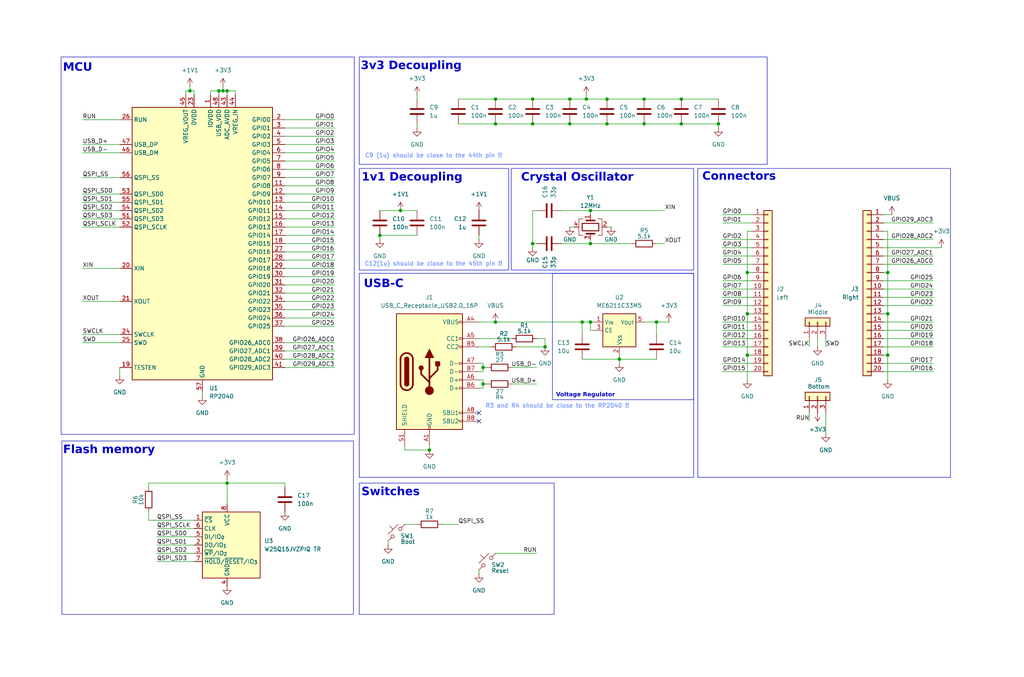
<source format=kicad_sch>
(kicad_sch (version 20250114) (generator "eeschema") (generator_version "9.0")
  (paper "User" 314.96 208.28)
  (title_block (title "NoodleBoard") (rev "v1") (company "sanooj.uk") (comment 1 "NoodleBoard v1"))
  (lib_symbols
    (symbol "Connector:USB_C_Receptacle_USB2.0_16P" (pin_names (offset 1.016))
      (property "Reference" "J" (at 0 22.225 0))
      (property "Value" "USB_C_Receptacle_USB2.0_16P" (at 0 19.685 0))
      (symbol "USB_C_Receptacle_USB2.0_16P_1_1"
        (pin passive line (at -7.62 -22.86 90) (length 5.08) (name "SHIELD") (number "S1"))
        (pin passive line (at 0 -22.86 90) (length 5.08) (name "GND") (number "A1"))
        (pin passive line (at 0 -22.86 90) (length 5.08) (hide yes) (name "GND") (number "A12"))
        (pin passive line (at 0 -22.86 90) (length 5.08) (hide yes) (name "GND") (number "B1"))
        (pin passive line (at 0 -22.86 90) (length 5.08) (hide yes) (name "GND") (number "B12"))
        (pin passive line (at 15.24 15.24 180) (length 5.08) (name "VBUS") (number "A4"))
        (pin passive line (at 15.24 15.24 180) (length 5.08) (hide yes) (name "VBUS") (number "A9"))
        (pin passive line (at 15.24 15.24 180) (length 5.08) (hide yes) (name "VBUS") (number "B4"))
        (pin passive line (at 15.24 15.24 180) (length 5.08) (hide yes) (name "VBUS") (number "B9"))
        (pin bidirectional line (at 15.24 10.16 180) (length 5.08) (name "CC1") (number "A5"))
        (pin bidirectional line (at 15.24 7.62 180) (length 5.08) (name "CC2") (number "B5"))
        (pin bidirectional line (at 15.24 2.54 180) (length 5.08) (name "D-") (number "A7"))
        (pin bidirectional line (at 15.24 0 180) (length 5.08) (name "D-") (number "B7"))
        (pin bidirectional line (at 15.24 -2.54 180) (length 5.08) (name "D+") (number "A6"))
        (pin bidirectional line (at 15.24 -5.08 180) (length 5.08) (name "D+") (number "B6"))
        (pin bidirectional line (at 15.24 -12.7 180) (length 5.08) (name "SBU1") (number "A8"))
        (pin bidirectional line (at 15.24 -15.24 180) (length 5.08) (name "SBU2") (number "B8"))
      )
    )
    (symbol "Connector_Generic:Conn_01x03" (pin_names (offset 1.016) (hide yes))
      (property "Reference" "J" (at 0 5.08 0))
      (property "Value" "Conn_01x03" (at 0 -5.08 0))
      (symbol "Conn_01x03_1_1"
        (pin passive line (at -5.08 2.54 0) (length 3.81) (name "Pin_1") (number "1"))
        (pin passive line (at -5.08 0 0) (length 3.81) (name "Pin_2") (number "2"))
        (pin passive line (at -5.08 -2.54 0) (length 3.81) (name "Pin_3") (number "3"))
      )
    )
    (symbol "Connector_Generic:Conn_01x20" (pin_names (offset 1.016) (hide yes))
      (property "Reference" "J" (at 0 25.4 0))
      (property "Value" "Conn_01x20" (at 0 -27.94 0))
      (symbol "Conn_01x20_1_1"
        (pin passive line (at -5.08 22.86 0) (length 3.81) (name "Pin_1") (number "1"))
        (pin passive line (at -5.08 20.32 0) (length 3.81) (name "Pin_2") (number "2"))
        (pin passive line (at -5.08 17.78 0) (length 3.81) (name "Pin_3") (number "3"))
        (pin passive line (at -5.08 15.24 0) (length 3.81) (name "Pin_4") (number "4"))
        (pin passive line (at -5.08 12.7 0) (length 3.81) (name "Pin_5") (number "5"))
        (pin passive line (at -5.08 10.16 0) (length 3.81) (name "Pin_6") (number "6"))
        (pin passive line (at -5.08 7.62 0) (length 3.81) (name "Pin_7") (number "7"))
        (pin passive line (at -5.08 5.08 0) (length 3.81) (name "Pin_8") (number "8"))
        (pin passive line (at -5.08 2.54 0) (length 3.81) (name "Pin_9") (number "9"))
        (pin passive line (at -5.08 0 0) (length 3.81) (name "Pin_10") (number "10"))
        (pin passive line (at -5.08 -2.54 0) (length 3.81) (name "Pin_11") (number "11"))
        (pin passive line (at -5.08 -5.08 0) (length 3.81) (name "Pin_12") (number "12"))
        (pin passive line (at -5.08 -7.62 0) (length 3.81) (name "Pin_13") (number "13"))
        (pin passive line (at -5.08 -10.16 0) (length 3.81) (name "Pin_14") (number "14"))
        (pin passive line (at -5.08 -12.7 0) (length 3.81) (name "Pin_15") (number "15"))
        (pin passive line (at -5.08 -15.24 0) (length 3.81) (name "Pin_16") (number "16"))
        (pin passive line (at -5.08 -17.78 0) (length 3.81) (name "Pin_17") (number "17"))
        (pin passive line (at -5.08 -20.32 0) (length 3.81) (name "Pin_18") (number "18"))
        (pin passive line (at -5.08 -22.86 0) (length 3.81) (name "Pin_19") (number "19"))
        (pin passive line (at -5.08 -25.4 0) (length 3.81) (name "Pin_20") (number "20"))
      )
    )
    (symbol "Device:C" (pin_numbers (hide yes)) (pin_names (offset 0.254))
      (property "Reference" "C" (at 0.635 2.54 0))
      (property "Value" "C" (at 0.635 -2.54 0))
      (symbol "C_1_1"
        (pin passive line (at 0 3.81 270) (length 2.794) (name "~") (number "1"))
        (pin passive line (at 0 -3.81 90) (length 2.794) (name "~") (number "2"))
      )
    )
    (symbol "Device:Crystal_GND24" (pin_names (offset 1.016) (hide yes))
      (property "Reference" "Y" (at 3.175 5.08 0))
      (property "Value" "Crystal_GND24" (at 3.175 3.175 0))
      (symbol "Crystal_GND24_1_1"
        (pin passive line (at -3.81 0 0) (length 1.27) (name "1") (number "1"))
        (pin passive line (at 0 5.08 270) (length 1.27) (name "2") (number "2"))
        (pin passive line (at 0 -5.08 90) (length 1.27) (name "4") (number "4"))
        (pin passive line (at 3.81 0 180) (length 1.27) (name "3") (number "3"))
      )
    )
    (symbol "Device:R" (pin_numbers (hide yes)) (pin_names (offset 0))
      (property "Reference" "R" (at 2.032 0 90))
      (property "Value" "R" (at 0 0 90))
      (symbol "R_1_1"
        (pin passive line (at 0 3.81 270) (length 1.27) (name "~") (number "1"))
        (pin passive line (at 0 -3.81 90) (length 1.27) (name "~") (number "2"))
      )
    )
    (symbol "MCU_RaspberryPi:RP2040"
      (property "Reference" "U" (at 17.78 45.72 0))
      (property "Value" "RP2040" (at 17.78 43.18 0))
      (symbol "RP2040_1_1"
        (pin input line (at -25.4 38.1 0) (length 3.81) (name "RUN") (number "26"))
        (pin bidirectional line (at -25.4 30.48 0) (length 3.81) (name "USB_DP") (number "47"))
        (pin bidirectional line (at -25.4 27.94 0) (length 3.81) (name "USB_DM") (number "46"))
        (pin bidirectional line (at -25.4 20.32 0) (length 3.81) (name "QSPI_SS") (number "56"))
        (pin bidirectional line (at -25.4 15.24 0) (length 3.81) (name "QSPI_SD0") (number "53"))
        (pin bidirectional line (at -25.4 12.7 0) (length 3.81) (name "QSPI_SD1") (number "55"))
        (pin bidirectional line (at -25.4 10.16 0) (length 3.81) (name "QSPI_SD2") (number "54"))
        (pin bidirectional line (at -25.4 7.62 0) (length 3.81) (name "QSPI_SD3") (number "51"))
        (pin output line (at -25.4 5.08 0) (length 3.81) (name "QSPI_SCLK") (number "52"))
        (pin input line (at -25.4 -7.62 0) (length 3.81) (name "XIN") (number "20"))
        (pin passive line (at -25.4 -17.78 0) (length 3.81) (name "XOUT") (number "21"))
        (pin input line (at -25.4 -27.94 0) (length 3.81) (name "SWCLK") (number "24"))
        (pin bidirectional line (at -25.4 -30.48 0) (length 3.81) (name "SWD") (number "25"))
        (pin input line (at -25.4 -38.1 0) (length 3.81) (name "TESTEN") (number "19"))
        (pin power_out line (at -5.08 45.72 270) (length 3.81) (name "VREG_VOUT") (number "45"))
        (pin power_in line (at -2.54 45.72 270) (length 3.81) (name "DVDD") (number "23"))
        (pin passive line (at -2.54 45.72 270) (length 3.81) (hide yes) (name "DVDD") (number "50"))
        (pin power_in line (at 0 -45.72 90) (length 3.81) (name "GND") (number "57"))
        (pin power_in line (at 2.54 45.72 270) (length 3.81) (name "IOVDD") (number "1"))
        (pin passive line (at 2.54 45.72 270) (length 3.81) (hide yes) (name "IOVDD") (number "10"))
        (pin passive line (at 2.54 45.72 270) (length 3.81) (hide yes) (name "IOVDD") (number "22"))
        (pin passive line (at 2.54 45.72 270) (length 3.81) (hide yes) (name "IOVDD") (number "33"))
        (pin passive line (at 2.54 45.72 270) (length 3.81) (hide yes) (name "IOVDD") (number "42"))
        (pin passive line (at 2.54 45.72 270) (length 3.81) (hide yes) (name "IOVDD") (number "49"))
        (pin power_in line (at 5.08 45.72 270) (length 3.81) (name "USB_VDD") (number "48"))
        (pin power_in line (at 7.62 45.72 270) (length 3.81) (name "ADC_AVDD") (number "43"))
        (pin power_in line (at 10.16 45.72 270) (length 3.81) (name "VREG_IN") (number "44"))
        (pin bidirectional line (at 25.4 38.1 180) (length 3.81) (name "GPIO0") (number "2"))
        (pin bidirectional line (at 25.4 35.56 180) (length 3.81) (name "GPIO1") (number "3"))
        (pin bidirectional line (at 25.4 33.02 180) (length 3.81) (name "GPIO2") (number "4"))
        (pin bidirectional line (at 25.4 30.48 180) (length 3.81) (name "GPIO3") (number "5"))
        (pin bidirectional line (at 25.4 27.94 180) (length 3.81) (name "GPIO4") (number "6"))
        (pin bidirectional line (at 25.4 25.4 180) (length 3.81) (name "GPIO5") (number "7"))
        (pin bidirectional line (at 25.4 22.86 180) (length 3.81) (name "GPIO6") (number "8"))
        (pin bidirectional line (at 25.4 20.32 180) (length 3.81) (name "GPIO7") (number "9"))
        (pin bidirectional line (at 25.4 17.78 180) (length 3.81) (name "GPIO8") (number "11"))
        (pin bidirectional line (at 25.4 15.24 180) (length 3.81) (name "GPIO9") (number "12"))
        (pin bidirectional line (at 25.4 12.7 180) (length 3.81) (name "GPIO10") (number "13"))
        (pin bidirectional line (at 25.4 10.16 180) (length 3.81) (name "GPIO11") (number "14"))
        (pin bidirectional line (at 25.4 7.62 180) (length 3.81) (name "GPIO12") (number "15"))
        (pin bidirectional line (at 25.4 5.08 180) (length 3.81) (name "GPIO13") (number "16"))
        (pin bidirectional line (at 25.4 2.54 180) (length 3.81) (name "GPIO14") (number "17"))
        (pin bidirectional line (at 25.4 0 180) (length 3.81) (name "GPIO15") (number "18"))
        (pin bidirectional line (at 25.4 -2.54 180) (length 3.81) (name "GPIO16") (number "27"))
        (pin bidirectional line (at 25.4 -5.08 180) (length 3.81) (name "GPIO17") (number "28"))
        (pin bidirectional line (at 25.4 -7.62 180) (length 3.81) (name "GPIO18") (number "29"))
        (pin bidirectional line (at 25.4 -10.16 180) (length 3.81) (name "GPIO19") (number "30"))
        (pin bidirectional line (at 25.4 -12.7 180) (length 3.81) (name "GPIO20") (number "31"))
        (pin bidirectional line (at 25.4 -15.24 180) (length 3.81) (name "GPIO21") (number "32"))
        (pin bidirectional line (at 25.4 -17.78 180) (length 3.81) (name "GPIO22") (number "34"))
        (pin bidirectional line (at 25.4 -20.32 180) (length 3.81) (name "GPIO23") (number "35"))
        (pin bidirectional line (at 25.4 -22.86 180) (length 3.81) (name "GPIO24") (number "36"))
        (pin bidirectional line (at 25.4 -25.4 180) (length 3.81) (name "GPIO25") (number "37"))
        (pin bidirectional line (at 25.4 -30.48 180) (length 3.81) (name "GPIO26_ADC0") (number "38"))
        (pin bidirectional line (at 25.4 -33.02 180) (length 3.81) (name "GPIO27_ADC1") (number "39"))
        (pin bidirectional line (at 25.4 -35.56 180) (length 3.81) (name "GPIO28_ADC2") (number "40"))
        (pin bidirectional line (at 25.4 -38.1 180) (length 3.81) (name "GPIO29_ADC3") (number "41"))
      )
    )
    (symbol "Memory_Flash:W25Q128JVS"
      (property "Reference" "U" (at -6.35 11.43 0))
      (property "Value" "W25Q128JVS" (at 7.62 11.43 0))
      (symbol "W25Q128JVS_1_1"
        (pin input line (at -10.16 7.62 0) (length 2.54) (name "~{CS}") (number "1"))
        (pin input line (at -10.16 5.08 0) (length 2.54) (name "CLK") (number "6"))
        (pin bidirectional line (at -10.16 2.54 0) (length 2.54) (name "DI/IO_{0}") (number "5"))
        (pin bidirectional line (at -10.16 0 0) (length 2.54) (name "DO/IO_{1}") (number "2"))
        (pin bidirectional line (at -10.16 -2.54 0) (length 2.54) (name "~{WP}/IO_{2}") (number "3"))
        (pin bidirectional line (at -10.16 -5.08 0) (length 2.54) (name "~{HOLD}/~{RESET}/IO_{3}") (number "7"))
        (pin power_in line (at 0 12.7 270) (length 2.54) (name "VCC") (number "8"))
        (pin power_in line (at 0 -12.7 90) (length 2.54) (name "GND") (number "4"))
      )
    )
    (symbol "Regulator_Linear:ME6211C33M5"
      (property "Reference" "U" (at -4.572 6.35 0))
      (property "Value" "ME6211C33M5" (at 10.16 8.636 0))
      (symbol "ME6211C33M5_1_1"
        (pin power_in line (at -7.62 2.54 0) (length 2.54) (name "V_{IN}") (number "1"))
        (pin input line (at -7.62 0 0) (length 2.54) (name "CE") (number "3"))
        (pin power_in line (at 0 -7.62 90) (length 2.54) (name "V_{SS}") (number "2"))
        (pin no_connect line (at 5.08 0 180) (length 2.54) (hide yes) (name "NC") (number "4"))
        (pin power_out line (at 7.62 2.54 180) (length 2.54) (name "V_{OUT}") (number "5"))
      )
    )
    (symbol "Switch:SW_Push_45deg" (pin_numbers (hide yes)) (pin_names (offset 1.016) (hide yes))
      (property "Reference" "SW" (at 3.048 1.016 0))
      (property "Value" "SW_Push_45deg" (at 0 -3.81 0))
      (symbol "SW_Push_45deg_0_1"
        (pin passive line (at -2.54 2.54 0) (length 0) (name "1") (number "1"))
        (pin passive line (at 2.54 -2.54 180) (length 0) (name "2") (number "2"))
      )
    )
    (symbol "power:+1V1" (power) (pin_numbers (hide yes)) (pin_names (offset 0) (hide yes))
      (property "Value" "+1V1" (at 0 3.556 0))
      (symbol "+1V1_1_1"
        (pin power_in line (at 0 0 90) (length 0) (name "~") (number "1"))
      )
    )
    (symbol "power:+3V3" (power) (pin_numbers (hide yes)) (pin_names (offset 0) (hide yes))
      (property "Value" "+3V3" (at 0 3.556 0))
      (symbol "+3V3_1_1"
        (pin power_in line (at 0 0 90) (length 0) (name "~") (number "1"))
      )
    )
    (symbol "power:GND" (power) (pin_numbers (hide yes)) (pin_names (offset 0) (hide yes))
      (property "Value" "GND" (at 0 -3.81 0))
      (symbol "GND_1_1"
        (pin power_in line (at 0 0 270) (length 0) (name "~") (number "1"))
      )
    )
    (symbol "power:VBUS" (power) (pin_numbers (hide yes)) (pin_names (offset 0) (hide yes))
      (property "Value" "VBUS" (at 0 3.556 0))
      (symbol "VBUS_1_1"
        (pin power_in line (at 0 0 90) (length 0) (name "~") (number "1"))
      )
    )
  )
  (rectangle (start 110.49 84.074) (end 213.36 146.812))
  (rectangle (start 169.926 84.074) (end 213.36 122.936))
  (rectangle (start 18.796 17.526) (end 108.966 133.604))
  (rectangle (start 110.49 51.816) (end 156.464 83.058))
  (rectangle (start 19.05 135.636) (end 108.712 188.976))
  (rectangle (start 110.49 148.59) (end 170.434 188.976))
  (rectangle (start 157.226 51.816) (end 213.36 83.058))
  (rectangle (start 214.63 51.816) (end 292.354 146.812))
  (rectangle (start 110.49 17.526) (end 235.966 50.546))
  (text "Connectors" (at 227.33 55.118 0) (effects (font (size 2.54 2.54) (bold yes))))
  (text "Flash memory" (at 33.528 139.192 0) (effects (font (size 2.54 2.54) (bold yes))))
  (text "MCU" (at 23.876 21.59 0) (effects (font (size 2.54 2.54) (bold yes))))
  (text "3v3 Decoupling" (at 126.492 21.082 0) (effects (font (size 2.54 2.54) (bold yes))))
  (text "C12(1u) should be close to the 45th pin !!" (at 133.35 81.28 0) (effects (font (size 1.27 1.27) (thickness 0.254) (bold yes))))
  (text "USB-C " (at 118.618 88.138 0) (effects (font (size 2.54 2.54) (bold yes))))
  (text "Switches" (at 120.142 152.146 0) (effects (font (size 2.54 2.54) (bold yes))))
  (text "1v1 Decoupling" (at 126.746 55.372 0) (effects (font (size 2.54 2.54) (bold yes))))
  (text "Voltage Regulator" (at 180.086 121.92 0) (effects (font (size 1.27 1.27) (bold yes))))
  (text "R3 and R4 should be close to the RP2040 !!" (at 171.45 124.968 0) (effects (font (size 1.27 1.27) (thickness 0.254) (bold yes))))
  (text "C9 (1u) should be close to the 44th pin !!" (at 133.35 48.006 0) (effects (font (size 1.27 1.27) (thickness 0.254) (bold yes))))
  (text "Crystal Oscillator" (at 177.546 55.372 0) (effects (font (size 2.54 2.54) (bold yes))))
  (junction (at 152.4 30.48))
  (junction (at 209.55 38.1))
  (junction (at 132.08 138.43))
  (junction (at 67.31 27.94))
  (junction (at 181.61 74.93))
  (junction (at 181.61 99.06))
  (junction (at 152.4 99.06))
  (junction (at 273.05 109.22))
  (junction (at 152.4 38.1))
  (junction (at 68.58 27.94))
  (junction (at 116.84 72.39))
  (junction (at 180.34 30.48))
  (junction (at 229.87 109.22))
  (junction (at 167.64 106.68))
  (junction (at 186.69 30.48))
  (junction (at 179.07 99.06))
  (junction (at 163.83 38.1))
  (junction (at 148.59 118.11))
  (junction (at 209.55 30.48))
  (junction (at 198.12 30.48))
  (junction (at 69.85 148.59))
  (junction (at 69.85 27.94))
  (junction (at 229.87 96.52))
  (junction (at 123.19 64.77))
  (junction (at 273.05 96.52))
  (junction (at 148.59 113.03))
  (junction (at 181.61 64.77))
  (junction (at 163.83 74.93))
  (junction (at 175.26 30.48))
  (junction (at 198.12 38.1))
  (junction (at 220.98 38.1))
  (junction (at 163.83 30.48))
  (junction (at 58.42 27.94))
  (junction (at 273.05 83.82))
  (junction (at 229.87 83.82))
  (junction (at 186.69 38.1))
  (junction (at 201.93 99.06))
  (junction (at 190.5 110.49))
  (junction (at 175.26 38.1))
  (no_connect (at 147.32 127))
  (no_connect (at 147.32 129.54))
  (wire (pts (xy 231.14 71.12) (xy 229.87 71.12)))
  (wire (pts (xy 287.02 99.06) (xy 271.78 99.06)))
  (wire (pts (xy 123.19 64.77) (xy 128.27 64.77)))
  (wire (pts (xy 222.25 104.14) (xy 231.14 104.14)))
  (wire (pts (xy 222.25 114.3) (xy 231.14 114.3)))
  (wire (pts (xy 87.63 87.63) (xy 102.87 87.63)))
  (wire (pts (xy 87.63 107.95) (xy 102.87 107.95)))
  (wire (pts (xy 209.55 30.48) (xy 220.98 30.48)))
  (wire (pts (xy 87.63 39.37) (xy 102.87 39.37)))
  (wire (pts (xy 25.4 44.45) (xy 36.83 44.45)))
  (wire (pts (xy 201.93 99.06) (xy 205.74 99.06)))
  (wire (pts (xy 87.63 49.53) (xy 102.87 49.53)))
  (wire (pts (xy 68.58 26.67) (xy 68.58 27.94)))
  (wire (pts (xy 148.59 114.3) (xy 147.32 114.3)))
  (wire (pts (xy 172.72 74.93) (xy 181.61 74.93)))
  (wire (pts (xy 271.78 83.82) (xy 273.05 83.82)))
  (wire (pts (xy 251.46 104.14) (xy 251.46 106.68)))
  (wire (pts (xy 287.02 111.76) (xy 271.78 111.76)))
  (wire (pts (xy 87.63 85.09) (xy 102.87 85.09)))
  (wire (pts (xy 59.69 27.94) (xy 59.69 29.21)))
  (wire (pts (xy 254 133.35) (xy 254 127)))
  (wire (pts (xy 87.63 100.33) (xy 102.87 100.33)))
  (wire (pts (xy 229.87 83.82) (xy 231.14 83.82)))
  (wire (pts (xy 152.4 38.1) (xy 163.83 38.1)))
  (wire (pts (xy 287.02 81.28) (xy 271.78 81.28)))
  (wire (pts (xy 25.4 46.99) (xy 36.83 46.99)))
  (wire (pts (xy 147.32 116.84) (xy 148.59 116.84)))
  (wire (pts (xy 182.88 101.6) (xy 181.61 101.6)))
  (wire (pts (xy 287.02 106.68) (xy 271.78 106.68)))
  (wire (pts (xy 229.87 96.52) (xy 229.87 109.22)))
  (wire (pts (xy 147.32 104.14) (xy 157.48 104.14)))
  (wire (pts (xy 69.85 147.32) (xy 69.85 148.59)))
  (wire (pts (xy 147.32 175.26) (xy 147.32 176.53)))
  (wire (pts (xy 163.83 30.48) (xy 175.26 30.48)))
  (wire (pts (xy 148.59 116.84) (xy 148.59 118.11)))
  (wire (pts (xy 87.63 77.47) (xy 102.87 77.47)))
  (wire (pts (xy 248.92 129.54) (xy 248.92 127)))
  (wire (pts (xy 204.47 74.93) (xy 201.93 74.93)))
  (wire (pts (xy 271.78 68.58) (xy 287.02 68.58)))
  (wire (pts (xy 68.58 27.94) (xy 69.85 27.94)))
  (wire (pts (xy 198.12 38.1) (xy 209.55 38.1)))
  (wire (pts (xy 181.61 99.06) (xy 182.88 99.06)))
  (wire (pts (xy 87.63 59.69) (xy 102.87 59.69)))
  (wire (pts (xy 222.25 73.66) (xy 231.14 73.66)))
  (wire (pts (xy 229.87 109.22) (xy 229.87 116.84)))
  (wire (pts (xy 119.38 166.37) (xy 119.38 167.64)))
  (wire (pts (xy 273.05 109.22) (xy 273.05 116.84)))
  (wire (pts (xy 87.63 80.01) (xy 102.87 80.01)))
  (wire (pts (xy 287.02 104.14) (xy 271.78 104.14)))
  (wire (pts (xy 87.63 62.23) (xy 102.87 62.23)))
  (wire (pts (xy 190.5 110.49) (xy 190.5 109.22)))
  (wire (pts (xy 25.4 59.69) (xy 36.83 59.69)))
  (wire (pts (xy 72.39 27.94) (xy 72.39 29.21)))
  (wire (pts (xy 25.4 92.71) (xy 36.83 92.71)))
  (wire (pts (xy 48.26 172.72) (xy 59.69 172.72)))
  (wire (pts (xy 116.84 64.77) (xy 123.19 64.77)))
  (wire (pts (xy 163.83 38.1) (xy 175.26 38.1)))
  (wire (pts (xy 140.97 30.48) (xy 152.4 30.48)))
  (wire (pts (xy 128.27 29.21) (xy 128.27 30.48)))
  (wire (pts (xy 287.02 88.9) (xy 271.78 88.9)))
  (wire (pts (xy 287.02 114.3) (xy 271.78 114.3)))
  (wire (pts (xy 222.25 76.2) (xy 231.14 76.2)))
  (wire (pts (xy 175.26 38.1) (xy 186.69 38.1)))
  (wire (pts (xy 147.32 73.66) (xy 147.32 72.39)))
  (wire (pts (xy 48.26 170.18) (xy 59.69 170.18)))
  (wire (pts (xy 48.26 162.56) (xy 59.69 162.56)))
  (wire (pts (xy 271.78 109.22) (xy 273.05 109.22)))
  (wire (pts (xy 57.15 29.21) (xy 57.15 27.94)))
  (wire (pts (xy 222.25 86.36) (xy 231.14 86.36)))
  (wire (pts (xy 64.77 29.21) (xy 64.77 27.94)))
  (wire (pts (xy 181.61 64.77) (xy 181.61 66.04)))
  (wire (pts (xy 48.26 165.1) (xy 59.69 165.1)))
  (wire (pts (xy 25.4 69.85) (xy 36.83 69.85)))
  (wire (pts (xy 87.63 92.71) (xy 102.87 92.71)))
  (wire (pts (xy 222.25 111.76) (xy 231.14 111.76)))
  (wire (pts (xy 132.08 138.43) (xy 132.08 137.16)))
  (wire (pts (xy 271.78 76.2) (xy 289.56 76.2)))
  (wire (pts (xy 87.63 95.25) (xy 102.87 95.25)))
  (wire (pts (xy 25.4 105.41) (xy 36.83 105.41)))
  (wire (pts (xy 124.46 138.43) (xy 124.46 137.16)))
  (wire (pts (xy 87.63 105.41) (xy 102.87 105.41)))
  (wire (pts (xy 57.15 27.94) (xy 58.42 27.94)))
  (wire (pts (xy 165.1 113.03) (xy 157.48 113.03)))
  (wire (pts (xy 87.63 67.31) (xy 102.87 67.31)))
  (wire (pts (xy 158.75 106.68) (xy 167.64 106.68)))
  (wire (pts (xy 69.85 27.94) (xy 72.39 27.94)))
  (wire (pts (xy 87.63 72.39) (xy 102.87 72.39)))
  (wire (pts (xy 69.85 27.94) (xy 69.85 29.21)))
  (wire (pts (xy 222.25 78.74) (xy 231.14 78.74)))
  (wire (pts (xy 152.4 30.48) (xy 163.83 30.48)))
  (wire (pts (xy 271.78 78.74) (xy 287.02 78.74)))
  (wire (pts (xy 273.05 109.22) (xy 273.05 96.52)))
  (wire (pts (xy 287.02 101.6) (xy 271.78 101.6)))
  (wire (pts (xy 45.72 148.59) (xy 45.72 149.86)))
  (wire (pts (xy 180.34 30.48) (xy 186.69 30.48)))
  (wire (pts (xy 271.78 71.12) (xy 273.05 71.12)))
  (wire (pts (xy 229.87 96.52) (xy 231.14 96.52)))
  (wire (pts (xy 180.34 29.21) (xy 180.34 30.48)))
  (wire (pts (xy 222.25 88.9) (xy 231.14 88.9)))
  (wire (pts (xy 58.42 26.67) (xy 58.42 27.94)))
  (wire (pts (xy 64.77 27.94) (xy 67.31 27.94)))
  (wire (pts (xy 25.4 62.23) (xy 36.83 62.23)))
  (wire (pts (xy 45.72 157.48) (xy 45.72 160.02)))
  (wire (pts (xy 222.25 99.06) (xy 231.14 99.06)))
  (wire (pts (xy 87.63 74.93) (xy 102.87 74.93)))
  (wire (pts (xy 45.72 160.02) (xy 59.69 160.02)))
  (wire (pts (xy 25.4 82.55) (xy 36.83 82.55)))
  (wire (pts (xy 148.59 119.38) (xy 147.32 119.38)))
  (wire (pts (xy 287.02 86.36) (xy 271.78 86.36)))
  (wire (pts (xy 62.23 121.92) (xy 62.23 120.65)))
  (wire (pts (xy 271.78 73.66) (xy 287.02 73.66)))
  (wire (pts (xy 87.63 110.49) (xy 102.87 110.49)))
  (wire (pts (xy 87.63 46.99) (xy 102.87 46.99)))
  (wire (pts (xy 69.85 148.59) (xy 69.85 154.94)))
  (wire (pts (xy 87.63 64.77) (xy 102.87 64.77)))
  (wire (pts (xy 179.07 99.06) (xy 181.61 99.06)))
  (wire (pts (xy 152.4 170.18) (xy 165.1 170.18)))
  (wire (pts (xy 186.69 30.48) (xy 198.12 30.48)))
  (wire (pts (xy 152.4 99.06) (xy 179.07 99.06)))
  (wire (pts (xy 67.31 27.94) (xy 68.58 27.94)))
  (wire (pts (xy 116.84 73.66) (xy 116.84 72.39)))
  (wire (pts (xy 165.1 104.14) (xy 167.64 104.14)))
  (wire (pts (xy 140.97 161.29) (xy 135.89 161.29)))
  (wire (pts (xy 163.83 74.93) (xy 165.1 74.93)))
  (wire (pts (xy 222.25 91.44) (xy 231.14 91.44)))
  (wire (pts (xy 87.63 36.83) (xy 102.87 36.83)))
  (wire (pts (xy 87.63 82.55) (xy 102.87 82.55)))
  (wire (pts (xy 87.63 54.61) (xy 102.87 54.61)))
  (wire (pts (xy 254 106.68) (xy 254 104.14)))
  (wire (pts (xy 201.93 102.87) (xy 201.93 99.06)))
  (wire (pts (xy 25.4 64.77) (xy 36.83 64.77)))
  (wire (pts (xy 273.05 96.52) (xy 273.05 83.82)))
  (wire (pts (xy 179.07 102.87) (xy 179.07 99.06)))
  (wire (pts (xy 163.83 64.77) (xy 163.83 74.93)))
  (wire (pts (xy 248.92 106.68) (xy 248.92 104.14)))
  (wire (pts (xy 190.5 110.49) (xy 201.93 110.49)))
  (wire (pts (xy 147.32 99.06) (xy 152.4 99.06)))
  (wire (pts (xy 87.63 52.07) (xy 102.87 52.07)))
  (wire (pts (xy 124.46 138.43) (xy 132.08 138.43)))
  (wire (pts (xy 179.07 110.49) (xy 190.5 110.49)))
  (wire (pts (xy 163.83 76.2) (xy 163.83 74.93)))
  (wire (pts (xy 229.87 83.82) (xy 229.87 96.52)))
  (wire (pts (xy 45.72 148.59) (xy 69.85 148.59)))
  (wire (pts (xy 148.59 118.11) (xy 148.59 119.38)))
  (wire (pts (xy 181.61 74.93) (xy 194.31 74.93)))
  (wire (pts (xy 222.25 106.68) (xy 231.14 106.68)))
  (wire (pts (xy 287.02 91.44) (xy 271.78 91.44)))
  (wire (pts (xy 25.4 67.31) (xy 36.83 67.31)))
  (wire (pts (xy 181.61 64.77) (xy 204.47 64.77)))
  (wire (pts (xy 67.31 27.94) (xy 67.31 29.21)))
  (wire (pts (xy 220.98 38.1) (xy 209.55 38.1)))
  (wire (pts (xy 87.63 44.45) (xy 102.87 44.45)))
  (wire (pts (xy 25.4 54.61) (xy 36.83 54.61)))
  (wire (pts (xy 25.4 36.83) (xy 36.83 36.83)))
  (wire (pts (xy 69.85 148.59) (xy 87.63 148.59)))
  (wire (pts (xy 87.63 113.03) (xy 102.87 113.03)))
  (wire (pts (xy 140.97 38.1) (xy 152.4 38.1)))
  (wire (pts (xy 222.25 93.98) (xy 231.14 93.98)))
  (wire (pts (xy 116.84 72.39) (xy 128.27 72.39)))
  (wire (pts (xy 25.4 102.87) (xy 36.83 102.87)))
  (wire (pts (xy 175.26 69.85) (xy 176.53 69.85)))
  (wire (pts (xy 167.64 104.14) (xy 167.64 106.68)))
  (wire (pts (xy 149.86 113.03) (xy 148.59 113.03)))
  (wire (pts (xy 87.63 69.85) (xy 102.87 69.85)))
  (wire (pts (xy 181.61 101.6) (xy 181.61 99.06)))
  (wire (pts (xy 198.12 38.1) (xy 186.69 38.1)))
  (wire (pts (xy 163.83 64.77) (xy 165.1 64.77)))
  (wire (pts (xy 87.63 41.91) (xy 102.87 41.91)))
  (wire (pts (xy 287.02 93.98) (xy 271.78 93.98)))
  (wire (pts (xy 48.26 167.64) (xy 59.69 167.64)))
  (wire (pts (xy 149.86 118.11) (xy 148.59 118.11)))
  (wire (pts (xy 222.25 68.58) (xy 231.14 68.58)))
  (wire (pts (xy 148.59 111.76) (xy 148.59 113.03)))
  (wire (pts (xy 222.25 81.28) (xy 231.14 81.28)))
  (wire (pts (xy 87.63 148.59) (xy 87.63 149.86)))
  (wire (pts (xy 229.87 71.12) (xy 229.87 83.82)))
  (wire (pts (xy 87.63 90.17) (xy 102.87 90.17)))
  (wire (pts (xy 187.96 69.85) (xy 186.69 69.85)))
  (wire (pts (xy 147.32 111.76) (xy 148.59 111.76)))
  (wire (pts (xy 87.63 57.15) (xy 102.87 57.15)))
  (wire (pts (xy 274.32 66.04) (xy 271.78 66.04)))
  (wire (pts (xy 273.05 83.82) (xy 273.05 71.12)))
  (wire (pts (xy 36.83 115.57) (xy 36.83 113.03)))
  (wire (pts (xy 165.1 118.11) (xy 157.48 118.11)))
  (wire (pts (xy 229.87 109.22) (xy 231.14 109.22)))
  (wire (pts (xy 190.5 111.76) (xy 190.5 110.49)))
  (wire (pts (xy 172.72 64.77) (xy 181.61 64.77)))
  (wire (pts (xy 147.32 106.68) (xy 151.13 106.68)))
  (wire (pts (xy 58.42 27.94) (xy 59.69 27.94)))
  (wire (pts (xy 222.25 66.04) (xy 231.14 66.04)))
  (wire (pts (xy 220.98 39.37) (xy 220.98 38.1)))
  (wire (pts (xy 271.78 96.52) (xy 273.05 96.52)))
  (wire (pts (xy 148.59 113.03) (xy 148.59 114.3)))
  (wire (pts (xy 198.12 99.06) (xy 201.93 99.06)))
  (wire (pts (xy 87.63 97.79) (xy 102.87 97.79)))
  (wire (pts (xy 128.27 39.37) (xy 128.27 38.1)))
  (wire (pts (xy 222.25 101.6) (xy 231.14 101.6)))
  (wire (pts (xy 124.46 161.29) (xy 128.27 161.29)))
  (wire (pts (xy 175.26 30.48) (xy 180.34 30.48)))
  (wire (pts (xy 198.12 30.48) (xy 209.55 30.48)))
  (wire (pts (xy 181.61 74.93) (xy 181.61 73.66)))
  (label "SWCLK" (at 248.92 106.68 180))
  (label "GPIO15" (at 222.25 114.3 0))
  (label "GPIO3" (at 222.25 76.2 0))
  (label "GPIO17" (at 287.02 111.76 180))
  (label "GPIO29_ADC3" (at 287.02 68.58 180))
  (label "GPIO21" (at 287.02 99.06 180))
  (label "GPIO27_ADC1" (at 102.87 107.95 180))
  (label "QSPI_SD2" (at 25.4 64.77 0))
  (label "QSPI_SD1" (at 25.4 62.23 0))
  (label "RUN" (at 165.1 170.18 180))
  (label "GPIO17" (at 102.87 80.01 180))
  (label "GPIO16" (at 287.02 114.3 180))
  (label "XOUT" (at 25.4 92.71 0))
  (label "GPIO22" (at 102.87 92.71 180))
  (label "GPIO28_ADC2" (at 287.02 73.66 180))
  (label "GPIO2" (at 102.87 41.91 180))
  (label "GPIO7" (at 222.25 88.9 0))
  (label "GPIO14" (at 222.25 111.76 0))
  (label "GPIO4" (at 102.87 46.99 180))
  (label "SWCLK" (at 25.4 102.87 0))
  (label "GPIO20" (at 287.02 101.6 180))
  (label "GPIO24" (at 287.02 88.9 180))
  (label "QSPI_SD1" (at 48.26 167.64 0))
  (label "GPIO18" (at 102.87 82.55 180))
  (label "GPIO6" (at 102.87 52.07 180))
  (label "USB_D-" (at 165.1 113.03 180))
  (label "GPIO26_ADC0" (at 102.87 105.41 180))
  (label "GPIO10" (at 102.87 62.23 180))
  (label "GPIO23" (at 287.02 91.44 180))
  (label "GPIO10" (at 222.25 99.06 0))
  (label "XIN" (at 204.47 64.77 0))
  (label "GPIO1" (at 222.25 68.58 0))
  (label "GPIO4" (at 222.25 78.74 0))
  (label "GPIO21" (at 102.87 90.17 180))
  (label "XIN" (at 25.4 82.55 0))
  (label "GPIO20" (at 102.87 87.63 180))
  (label "QSPI_SCLK" (at 25.4 69.85 0))
  (label "QSPI_SD3" (at 48.26 172.72 0))
  (label "GPIO1" (at 102.87 39.37 180))
  (label "GPIO0" (at 102.87 36.83 180))
  (label "QSPI_SD0" (at 48.26 165.1 0))
  (label "GPIO0" (at 222.25 66.04 0))
  (label "GPIO6" (at 222.25 86.36 0))
  (label "QSPI_SCLK" (at 48.26 162.56 0))
  (label "QSPI_SD3" (at 25.4 67.31 0))
  (label "GPIO13" (at 222.25 106.68 0))
  (label "GPIO19" (at 287.02 104.14 180))
  (label "GPIO18" (at 287.02 106.68 180))
  (label "QSPI_SD0" (at 25.4 59.69 0))
  (label "GPIO5" (at 102.87 49.53 180))
  (label "GPIO9" (at 222.25 93.98 0))
  (label "GPIO8" (at 222.25 91.44 0))
  (label "GPIO28_ADC2" (at 102.87 110.49 180))
  (label "RUN" (at 248.92 129.54 180))
  (label "GPIO2" (at 222.25 73.66 0))
  (label "GPIO12" (at 102.87 67.31 180))
  (label "GPIO26_ADC0" (at 287.02 81.28 180))
  (label "GPIO22" (at 287.02 93.98 180))
  (label "GPIO11" (at 102.87 64.77 180))
  (label "GPIO12" (at 222.25 104.14 0))
  (label "GPIO11" (at 222.25 101.6 0))
  (label "GPIO15" (at 102.87 74.93 180))
  (label "GPIO23" (at 102.87 95.25 180))
  (label "USB_D+" (at 165.1 118.11 180))
  (label "GPIO24" (at 102.87 97.79 180))
  (label "GPIO9" (at 102.87 59.69 180))
  (label "GPIO16" (at 102.87 77.47 180))
  (label "QSPI_SD2" (at 48.26 170.18 0))
  (label "GPIO29_ADC3" (at 102.87 113.03 180))
  (label "RUN" (at 25.4 36.83 0))
  (label "QSPI_SS" (at 48.26 160.02 0))
  (label "GPIO25" (at 102.87 100.33 180))
  (label "GPIO13" (at 102.87 69.85 180))
  (label "GPIO8" (at 102.87 57.15 180))
  (label "GPIO19" (at 102.87 85.09 180))
  (label "USB_D-" (at 25.4 46.99 0))
  (label "GPIO3" (at 102.87 44.45 180))
  (label "USB_D+" (at 25.4 44.45 0))
  (label "GPIO27_ADC1" (at 287.02 78.74 180))
  (label "GPIO5" (at 222.25 81.28 0))
  (label "QSPI_SS" (at 140.97 161.29 0))
  (label "SWD" (at 254 106.68 0))
  (label "GPIO25" (at 287.02 86.36 180))
  (label "XOUT" (at 204.47 74.93 0))
  (label "GPIO7" (at 102.87 54.61 180))
  (label "QSPI_SS" (at 25.4 54.61 0))
  (label "SWD" (at 25.4 105.41 0))
  (label "GPIO14" (at 102.87 72.39 180))
  (symbol (lib_id "Switch:SW_Push_45deg") (at 121.92 163.83 90) (unit 1)
    (property "Reference" "SW1" (at 123.19 164.846 90) (effects (justify right)))
    (property "Value" "Boot" (at 123.19 166.624 90) (effects (justify right)))
    (property "Footprint" "Button_Switch_SMD:SW_Push_SPST_NO_Alps_SKRK" (effects (hide yes)))
    (property "Description" "Push button switch, normally open, two pins, 45° tilted" (effects (hide yes)))
  )
  (symbol (lib_id "Device:C") (at 128.27 68.58 0) (unit 1)
    (property "Reference" "C11" (at 132.08 67.3099 0) (effects (justify left)))
    (property "Value" "100n" (at 132.08 69.8499 0) (effects (justify left)))
    (property "Footprint" "Capacitor_SMD:C_0402_1005Metric" (effects (hide yes)))
    (property "Description" "Unpolarized capacitor" (effects (hide yes)))
  )
  (symbol (lib_id "Device:R") (at 198.12 74.93 90) (unit 1)
    (property "Reference" "R5" (at 198.12 70.866 90))
    (property "Value" "5.1k" (at 198.12 72.644 90))
    (property "Footprint" "Resistor_SMD:R_0603_1608Metric" (effects (hide yes)))
    (property "Description" "Resistor" (effects (hide yes)))
  )
  (symbol (lib_id "Device:C") (at 116.84 68.58 0) (unit 1)
    (property "Reference" "C10" (at 120.65 67.3099 0) (effects (justify left)))
    (property "Value" "100n" (at 120.65 69.8499 0) (effects (justify left)))
    (property "Footprint" "Capacitor_SMD:C_0402_1005Metric" (effects (hide yes)))
    (property "Description" "Unpolarized capacitor" (effects (hide yes)))
  )
  (symbol (lib_id "power:+3V3") (at 205.74 99.06 0) (unit 1)
    (property "Reference" "#PWR016" (effects (hide yes)))
    (property "Value" "+3V3" (at 205.74 93.98 0))
    (property "Description" "Power symbol creates a global label with name \"+3V3\"" (effects (hide yes)))
  )
  (symbol (lib_id "Device:C") (at 198.12 34.29 0) (unit 1)
    (property "Reference" "C6" (at 201.93 33.0199 0) (effects (justify left)))
    (property "Value" "100n" (at 201.93 35.5599 0) (effects (justify left)))
    (property "Footprint" "Capacitor_SMD:C_0402_1005Metric" (effects (hide yes)))
    (property "Description" "Unpolarized capacitor" (effects (hide yes)))
  )
  (symbol (lib_id "Switch:SW_Push_45deg") (at 149.86 172.72 90) (unit 1)
    (property "Reference" "SW2" (at 151.13 173.736 90) (effects (justify right)))
    (property "Value" "Reset" (at 151.13 175.514 90) (effects (justify right)))
    (property "Footprint" "Button_Switch_SMD:SW_Push_SPST_NO_Alps_SKRK" (effects (hide yes)))
    (property "Description" "Push button switch, normally open, two pins, 45° tilted" (effects (hide yes)))
  )
  (symbol (lib_id "Device:C") (at 163.83 34.29 0) (unit 1)
    (property "Reference" "C3" (at 167.64 33.0199 0) (effects (justify left)))
    (property "Value" "100n" (at 167.64 35.5599 0) (effects (justify left)))
    (property "Footprint" "Capacitor_SMD:C_0402_1005Metric" (effects (hide yes)))
    (property "Description" "Unpolarized capacitor" (effects (hide yes)))
  )
  (symbol (lib_id "power:GND") (at 190.5 111.76 0) (unit 1)
    (property "Reference" "#PWR015" (effects (hide yes)))
    (property "Value" "GND" (at 190.5 116.84 0))
    (property "Description" "Power symbol creates a global label with name \"GND\" , ground" (effects (hide yes)))
  )
  (symbol (lib_id "power:+3V3") (at 69.85 147.32 0) (unit 1)
    (property "Reference" "#PWR022" (effects (hide yes)))
    (property "Value" "+3V3" (at 69.85 142.24 0))
    (property "Description" "Power symbol creates a global label with name \"+3V3\"" (effects (hide yes)))
  )
  (symbol (lib_id "power:VBUS") (at 152.4 99.06 0) (unit 1)
    (property "Reference" "#PWR014" (effects (hide yes)))
    (property "Value" "VBUS" (at 152.4 93.98 0))
    (property "Description" "Power symbol creates a global label with name \"VBUS\"" (effects (hide yes)))
  )
  (symbol (lib_id "Device:C") (at 209.55 34.29 0) (unit 1)
    (property "Reference" "C7" (at 213.36 33.0199 0) (effects (justify left)))
    (property "Value" "100n" (at 213.36 35.5599 0) (effects (justify left)))
    (property "Footprint" "Capacitor_SMD:C_0402_1005Metric" (effects (hide yes)))
    (property "Description" "Unpolarized capacitor" (effects (hide yes)))
  )
  (symbol (lib_id "power:GND") (at 175.26 69.85 0) (unit 1)
    (property "Reference" "#PWR017" (effects (hide yes)))
    (property "Value" "GND" (at 175.26 73.66 0))
    (property "Description" "Power symbol creates a global label with name \"GND\" , ground" (effects (hide yes)))
  )
  (symbol (lib_id "power:GND") (at 69.85 180.34 0) (unit 1)
    (property "Reference" "#PWR020" (effects (hide yes)))
    (property "Value" "GND" (at 69.85 185.42 0))
    (property "Description" "Power symbol creates a global label with name \"GND\" , ground" (effects (hide yes)))
  )
  (symbol (lib_id "power:GND") (at 147.32 176.53 0) (unit 1)
    (property "Reference" "#PWR031" (effects (hide yes)))
    (property "Value" "GND" (at 147.32 181.61 0))
    (property "Description" "Power symbol creates a global label with name \"GND\" , ground" (effects (hide yes)))
  )
  (symbol (lib_id "Connector_Generic:Conn_01x03") (at 251.46 121.92 90) (unit 1)
    (property "Reference" "J5" (at 250.444 116.84 90) (effects (justify right)))
    (property "Value" "Bottom" (at 248.412 118.872 90) (effects (justify right)))
    (property "Footprint" "Connector_PinHeader_2.54mm:PinHeader_1x03_P2.54mm_Vertical" (effects (hide yes)))
    (property "Description" "Generic connector, single row, 01x03, script generated (kicad-library-utils/schlib/autogen/connector/)" (effects (hide yes)))
  )
  (symbol (lib_id "Device:Crystal_GND24") (at 181.61 69.85 270) (unit 1)
    (property "Reference" "Y1" (at 181.61 60.706 90))
    (property "Value" "12MHz" (at 181.61 63.246 90))
    (property "Footprint" "Crystal:Crystal_SMD_3225-4Pin_3.2x2.5mm_HandSoldering" (effects (hide yes)))
    (property "Description" "Four pin crystal, GND on pins 2 and 4" (effects (hide yes)))
  )
  (symbol (lib_id "power:VBUS") (at 274.32 66.04 0) (unit 1)
    (property "Reference" "#PWR025" (effects (hide yes)))
    (property "Value" "VBUS" (at 274.32 60.96 0))
    (property "Description" "Power symbol creates a global label with name \"VBUS\"" (effects (hide yes)))
  )
  (symbol (lib_id "Device:C") (at 186.69 34.29 0) (unit 1)
    (property "Reference" "C5" (at 190.5 33.0199 0) (effects (justify left)))
    (property "Value" "100n" (at 190.5 35.5599 0) (effects (justify left)))
    (property "Footprint" "Capacitor_SMD:C_0402_1005Metric" (effects (hide yes)))
    (property "Description" "Unpolarized capacitor" (effects (hide yes)))
  )
  (symbol (lib_id "Device:C") (at 201.93 106.68 180) (unit 1)
    (property "Reference" "C14" (at 205.74 105.4099 0) (effects (justify right)))
    (property "Value" "10u" (at 205.74 107.9499 0) (effects (justify right)))
    (property "Footprint" "Capacitor_SMD:C_0603_1608Metric" (effects (hide yes)))
    (property "Description" "Unpolarized capacitor" (effects (hide yes)))
  )
  (symbol (lib_id "power:GND") (at 128.27 39.37 0) (unit 1)
    (property "Reference" "#PWR03" (effects (hide yes)))
    (property "Value" "GND" (at 128.27 44.45 0))
    (property "Description" "Power symbol creates a global label with name \"GND\" , ground" (effects (hide yes)))
  )
  (symbol (lib_id "MCU_RaspberryPi:RP2040") (at 62.23 74.93 0) (unit 1)
    (property "Reference" "U1" (at 64.3733 119.38 0) (effects (justify left)))
    (property "Value" "RP2040" (at 64.3733 121.92 0) (effects (justify left)))
    (property "Footprint" "Package_DFN_QFN:QFN-56-1EP_7x7mm_P0.4mm_EP3.2x3.2mm" (effects (hide yes)))
    (property "Datasheet" "https://datasheets.raspberrypi.com/rp2040/rp2040-datasheet.pdf" (effects (hide yes)))
    (property "Description" "A microcontroller by Raspberry Pi" (effects (hide yes)))
  )
  (symbol (lib_id "Device:C") (at 128.27 34.29 180) (unit 1)
    (property "Reference" "C9" (at 132.08 33.0199 0) (effects (justify right)))
    (property "Value" "1u" (at 132.08 35.5599 0) (effects (justify right)))
    (property "Footprint" "Capacitor_SMD:C_0402_1005Metric" (effects (hide yes)))
    (property "Description" "Unpolarized capacitor" (effects (hide yes)))
  )
  (symbol (lib_id "power:GND") (at 119.38 167.64 0) (unit 1)
    (property "Reference" "#PWR023" (effects (hide yes)))
    (property "Value" "GND" (at 119.38 172.72 0))
    (property "Description" "Power symbol creates a global label with name \"GND\" , ground" (effects (hide yes)))
  )
  (symbol (lib_id "Connector_Generic:Conn_01x20") (at 266.7 88.9 0) (mirror y) (unit 1)
    (property "Reference" "J3" (at 264.16 88.8999 0) (effects (justify left)))
    (property "Value" "Right" (at 264.16 91.4399 0) (effects (justify left)))
    (property "Footprint" "Connector_PinHeader_2.54mm:PinHeader_1x20_P2.54mm_Vertical" (effects (hide yes)))
    (property "Description" "Generic connector, single row, 01x20, script generated (kicad-library-utils/schlib/autogen/connector/)" (effects (hide yes)))
  )
  (symbol (lib_id "power:+3V3") (at 289.56 76.2 0) (unit 1)
    (property "Reference" "#PWR027" (effects (hide yes)))
    (property "Value" "+3V3" (at 289.56 71.12 0))
    (property "Description" "Power symbol creates a global label with name \"+3V3\"" (effects (hide yes)))
  )
  (symbol (lib_id "power:GND") (at 251.46 106.68 0) (unit 1)
    (property "Reference" "#PWR029" (effects (hide yes)))
    (property "Value" "GND" (at 251.46 111.76 0))
    (property "Description" "Power symbol creates a global label with name \"GND\" , ground" (effects (hide yes)))
  )
  (symbol (lib_id "power:+3V3") (at 68.58 26.67 0) (unit 1)
    (property "Reference" "#PWR01" (effects (hide yes)))
    (property "Value" "+3V3" (at 68.58 21.59 0))
    (property "Description" "Power symbol creates a global label with name \"+3V3\"" (effects (hide yes)))
  )
  (symbol (lib_id "power:GND") (at 132.08 138.43 0) (unit 1)
    (property "Reference" "#PWR013" (effects (hide yes)))
    (property "Value" "GND" (at 132.08 143.51 0))
    (property "Description" "Power symbol creates a global label with name \"GND\" , ground" (effects (hide yes)))
  )
  (symbol (lib_id "Device:R") (at 153.67 113.03 270) (mirror x) (unit 1)
    (property "Reference" "R3" (at 153.67 108.966 90))
    (property "Value" "27" (at 153.67 110.744 90))
    (property "Footprint" "Resistor_SMD:R_0402_1005Metric" (effects (hide yes)))
    (property "Description" "Resistor" (effects (hide yes)))
  )
  (symbol (lib_id "power:+3V3") (at 180.34 29.21 0) (unit 1)
    (property "Reference" "#PWR09" (effects (hide yes)))
    (property "Value" "+3V3" (at 180.34 24.13 0))
    (property "Description" "Power symbol creates a global label with name \"+3V3\"" (effects (hide yes)))
  )
  (symbol (lib_id "power:GND") (at 147.32 73.66 0) (unit 1)
    (property "Reference" "#PWR05" (effects (hide yes)))
    (property "Value" "GND" (at 147.32 78.74 0))
    (property "Description" "Power symbol creates a global label with name \"GND\" , ground" (effects (hide yes)))
  )
  (symbol (lib_id "power:GND") (at 163.83 76.2 0) (unit 1)
    (property "Reference" "#PWR019" (effects (hide yes)))
    (property "Value" "GND" (at 163.83 80.01 0))
    (property "Description" "Power symbol creates a global label with name \"GND\" , ground" (effects (hide yes)))
  )
  (symbol (lib_id "power:+1V1") (at 123.19 64.77 0) (unit 1)
    (property "Reference" "#PWR010" (effects (hide yes)))
    (property "Value" "+1V1" (at 123.19 59.69 0))
    (property "Description" "Power symbol creates a global label with name \"+1V1\"" (effects (hide yes)))
  )
  (symbol (lib_id "Device:R") (at 154.94 106.68 90) (unit 1)
    (property "Reference" "R2" (at 154.94 102.616 90))
    (property "Value" "5.1k" (at 154.94 104.394 90))
    (property "Footprint" "Resistor_SMD:R_0603_1608Metric" (effects (hide yes)))
    (property "Description" "Resistor" (effects (hide yes)))
  )
  (symbol (lib_id "power:GND") (at 116.84 73.66 0) (unit 1)
    (property "Reference" "#PWR06" (effects (hide yes)))
    (property "Value" "GND" (at 116.84 78.74 0))
    (property "Description" "Power symbol creates a global label with name \"GND\" , ground" (effects (hide yes)))
  )
  (symbol (lib_id "power:GND") (at 229.87 116.84 0) (unit 1)
    (property "Reference" "#PWR024" (effects (hide yes)))
    (property "Value" "GND" (at 229.87 121.92 0))
    (property "Description" "Power symbol creates a global label with name \"GND\" , ground" (effects (hide yes)))
  )
  (symbol (lib_id "Device:C") (at 179.07 106.68 0) (mirror x) (unit 1)
    (property "Reference" "C13" (at 175.26 105.4099 0) (effects (justify right)))
    (property "Value" "10u" (at 175.26 107.9499 0) (effects (justify right)))
    (property "Footprint" "Capacitor_SMD:C_0603_1608Metric" (effects (hide yes)))
    (property "Description" "Unpolarized capacitor" (effects (hide yes)))
  )
  (symbol (lib_id "Device:R") (at 45.72 153.67 0) (mirror y) (unit 1)
    (property "Reference" "R6" (at 41.656 153.67 90))
    (property "Value" "10k" (at 43.434 153.67 90))
    (property "Footprint" "Resistor_SMD:R_0603_1608Metric" (effects (hide yes)))
    (property "Description" "Resistor" (effects (hide yes)))
  )
  (symbol (lib_id "power:+3V3") (at 128.27 29.21 0) (unit 1)
    (property "Reference" "#PWR08" (effects (hide yes)))
    (property "Value" "+3V3" (at 128.27 24.13 0))
    (property "Description" "Power symbol creates a global label with name \"+3V3\"" (effects (hide yes)))
  )
  (symbol (lib_id "Connector:USB_C_Receptacle_USB2.0_16P") (at 132.08 114.3 0) (unit 1)
    (property "Reference" "J1" (at 132.08 91.44 0))
    (property "Value" "USB_C_Receptacle_USB2.0_16P" (at 132.08 93.98 0))
    (property "Footprint" "PCM_marbastlib-various:USB_C_Receptacle_HRO_TYPE-C-31-M-12" (effects (hide yes)))
    (property "Datasheet" "https://www.usb.org/sites/default/files/documents/usb_type-c.zip" (effects (hide yes)))
    (property "Description" "USB 2.0-only 16P Type-C Receptacle connector" (effects (hide yes)))
  )
  (symbol (lib_id "Device:C") (at 152.4 34.29 0) (unit 1)
    (property "Reference" "C2" (at 156.21 33.0199 0) (effects (justify left)))
    (property "Value" "100n" (at 156.21 35.5599 0) (effects (justify left)))
    (property "Footprint" "Capacitor_SMD:C_0402_1005Metric" (effects (hide yes)))
    (property "Description" "Unpolarized capacitor" (effects (hide yes)))
  )
  (symbol (lib_id "power:+1V1") (at 147.32 64.77 0) (unit 1)
    (property "Reference" "#PWR011" (effects (hide yes)))
    (property "Value" "+1V1" (at 147.32 59.69 0))
    (property "Description" "Power symbol creates a global label with name \"+1V1\"" (effects (hide yes)))
  )
  (symbol (lib_id "power:GND") (at 254 133.35 0) (unit 1)
    (property "Reference" "#PWR028" (effects (hide yes)))
    (property "Value" "GND" (at 254 138.43 0))
    (property "Description" "Power symbol creates a global label with name \"GND\" , ground" (effects (hide yes)))
  )
  (symbol (lib_id "power:GND") (at 220.98 39.37 0) (unit 1)
    (property "Reference" "#PWR04" (effects (hide yes)))
    (property "Value" "GND" (at 220.98 44.45 0))
    (property "Description" "Power symbol creates a global label with name \"GND\" , ground" (effects (hide yes)))
  )
  (symbol (lib_id "Memory_Flash:W25Q128JVS") (at 69.85 167.64 0) (unit 1)
    (property "Reference" "U3" (at 81.28 166.3699 0) (effects (justify left)))
    (property "Value" "W25Q16JVZPIQ TR" (at 81.28 168.9099 0) (effects (justify left)))
    (property "Footprint" "Package_SON:Winbond_USON-8-1EP_3x2mm_P0.5mm_EP0.2x1.6mm" (effects (hide yes)))
    (property "Datasheet" "https://www.winbond.com/resource-files/w25q128jv_dtr%20revc%2003272018%20plus.pdf" (effects (hide yes)))
    (property "Description" "128Mbit / 16MiB Serial Flash Memory, Standard/Dual/Quad SPI, 2.7-3.6V, SOIC-8" (effects (hide yes)))
  )
  (symbol (lib_id "Device:R") (at 132.08 161.29 270) (mirror x) (unit 1)
    (property "Reference" "R7" (at 132.08 157.226 90))
    (property "Value" "1k" (at 132.08 159.004 90))
    (property "Footprint" "Resistor_SMD:R_0603_1608Metric" (effects (hide yes)))
    (property "Description" "Resistor" (effects (hide yes)))
  )
  (symbol (lib_id "Device:R") (at 161.29 104.14 90) (unit 1)
    (property "Reference" "R1" (at 161.29 100.076 90))
    (property "Value" "5.1k" (at 161.29 101.854 90))
    (property "Footprint" "Resistor_SMD:R_0603_1608Metric" (effects (hide yes)))
    (property "Description" "Resistor" (effects (hide yes)))
  )
  (symbol (lib_id "Connector_Generic:Conn_01x03") (at 251.46 99.06 90) (unit 1)
    (property "Reference" "J4" (at 250.444 93.98 90) (effects (justify right)))
    (property "Value" "Middle" (at 248.412 96.012 90) (effects (justify right)))
    (property "Footprint" "Connector_PinHeader_2.54mm:PinHeader_1x03_P2.54mm_Vertical" (effects (hide yes)))
    (property "Description" "Generic connector, single row, 01x03, script generated (kicad-library-utils/schlib/autogen/connector/)" (effects (hide yes)))
  )
  (symbol (lib_id "Device:C") (at 175.26 34.29 0) (unit 1)
    (property "Reference" "C4" (at 179.07 33.0199 0) (effects (justify left)))
    (property "Value" "100n" (at 179.07 35.5599 0) (effects (justify left)))
    (property "Footprint" "Capacitor_SMD:C_0402_1005Metric" (effects (hide yes)))
    (property "Description" "Unpolarized capacitor" (effects (hide yes)))
  )
  (symbol (lib_id "Device:R") (at 153.67 118.11 270) (unit 1)
    (property "Reference" "R4" (at 153.67 122.174 90))
    (property "Value" "27" (at 153.67 120.396 90))
    (property "Footprint" "Resistor_SMD:R_0402_1005Metric" (effects (hide yes)))
    (property "Description" "Resistor" (effects (hide yes)))
  )
  (symbol (lib_id "power:+1V1") (at 58.42 26.67 0) (unit 1)
    (property "Reference" "#PWR02" (effects (hide yes)))
    (property "Value" "+1V1" (at 58.42 21.59 0))
    (property "Description" "Power symbol creates a global label with name \"+1V1\"" (effects (hide yes)))
  )
  (symbol (lib_id "Device:C") (at 220.98 34.29 0) (unit 1)
    (property "Reference" "C8" (at 224.79 33.0199 0) (effects (justify left)))
    (property "Value" "100n" (at 224.79 35.5599 0) (effects (justify left)))
    (property "Footprint" "Capacitor_SMD:C_0402_1005Metric" (effects (hide yes)))
    (property "Description" "Unpolarized capacitor" (effects (hide yes)))
  )
  (symbol (lib_id "Device:C") (at 168.91 64.77 90) (unit 1)
    (property "Reference" "C16" (at 167.6399 60.96 0) (effects (justify left)))
    (property "Value" "33p" (at 170.1799 60.96 0) (effects (justify left)))
    (property "Footprint" "Capacitor_SMD:C_0402_1005Metric" (effects (hide yes)))
    (property "Description" "Unpolarized capacitor" (effects (hide yes)))
  )
  (symbol (lib_id "power:GND") (at 36.83 115.57 0) (unit 1)
    (property "Reference" "#PWR030" (effects (hide yes)))
    (property "Value" "GND" (at 36.83 120.65 0))
    (property "Description" "Power symbol creates a global label with name \"GND\" , ground" (effects (hide yes)))
  )
  (symbol (lib_id "power:GND") (at 167.64 106.68 0) (unit 1)
    (property "Reference" "#PWR012" (effects (hide yes)))
    (property "Value" "GND" (at 167.64 111.76 0))
    (property "Description" "Power symbol creates a global label with name \"GND\" , ground" (effects (hide yes)))
  )
  (symbol (lib_id "power:GND") (at 187.96 69.85 0) (unit 1)
    (property "Reference" "#PWR018" (effects (hide yes)))
    (property "Value" "GND" (at 187.96 73.66 0))
    (property "Description" "Power symbol creates a global label with name \"GND\" , ground" (effects (hide yes)))
  )
  (symbol (lib_id "power:GND") (at 273.05 116.84 0) (unit 1)
    (property "Reference" "#PWR026" (effects (hide yes)))
    (property "Value" "GND" (at 273.05 121.92 0))
    (property "Description" "Power symbol creates a global label with name \"GND\" , ground" (effects (hide yes)))
  )
  (symbol (lib_id "Device:C") (at 168.91 74.93 90) (mirror x) (unit 1)
    (property "Reference" "C15" (at 167.6399 78.74 0) (effects (justify left)))
    (property "Value" "33p" (at 170.1799 78.74 0) (effects (justify left)))
    (property "Footprint" "Capacitor_SMD:C_0402_1005Metric" (effects (hide yes)))
    (property "Description" "Unpolarized capacitor" (effects (hide yes)))
  )
  (symbol (lib_id "power:GND") (at 62.23 121.92 0) (unit 1)
    (property "Reference" "#PWR07" (effects (hide yes)))
    (property "Value" "GND" (at 62.23 127 0))
    (property "Description" "Power symbol creates a global label with name \"GND\" , ground" (effects (hide yes)))
  )
  (symbol (lib_id "Regulator_Linear:ME6211C33M5") (at 190.5 101.6 0) (unit 1)
    (property "Reference" "U2" (at 190.5 91.44 0))
    (property "Value" "ME6211C33M5" (at 190.5 93.98 0))
    (property "Footprint" "Package_TO_SOT_SMD:SOT-23-5" (effects (hide yes)))
    (property "Datasheet" "https://www.lcsc.com/datasheet/lcsc_datasheet_2304140030_MICRONE-Nanjing-Micro-One-Elec-ME6211C33R5G_C235316.pdf" (effects (hide yes)))
    (property "Description" "500mA low dropout linear regulator, shutdown pin, 6.5V max input voltage, 3.3V fixed positive output, SOT-23-5" (effects (hide yes)))
  )
  (symbol (lib_id "power:+3V3") (at 251.46 127 180) (unit 1)
    (property "Reference" "#PWR032" (effects (hide yes)))
    (property "Value" "+3V3" (at 251.46 132.08 0))
    (property "Description" "Power symbol creates a global label with name \"+3V3\"" (effects (hide yes)))
  )
  (symbol (lib_id "Device:C") (at 147.32 68.58 0) (mirror x) (unit 1)
    (property "Reference" "C12" (at 143.51 67.3099 0) (effects (justify right)))
    (property "Value" "1u" (at 143.51 69.8499 0) (effects (justify right)))
    (property "Footprint" "Capacitor_SMD:C_0402_1005Metric" (effects (hide yes)))
    (property "Description" "Unpolarized capacitor" (effects (hide yes)))
  )
  (symbol (lib_id "power:GND") (at 87.63 157.48 0) (unit 1)
    (property "Reference" "#PWR021" (effects (hide yes)))
    (property "Value" "GND" (at 87.63 162.56 0))
    (property "Description" "Power symbol creates a global label with name \"GND\" , ground" (effects (hide yes)))
  )
  (symbol (lib_id "Device:C") (at 87.63 153.67 0) (unit 1)
    (property "Reference" "C17" (at 91.44 152.3999 0) (effects (justify left)))
    (property "Value" "100n" (at 91.44 154.9399 0) (effects (justify left)))
    (property "Footprint" "Capacitor_SMD:C_0402_1005Metric" (effects (hide yes)))
    (property "Description" "Unpolarized capacitor" (effects (hide yes)))
  )
  (symbol (lib_id "Device:C") (at 140.97 34.29 0) (unit 1)
    (property "Reference" "C1" (at 144.78 33.0199 0) (effects (justify left)))
    (property "Value" "100n" (at 144.78 35.5599 0) (effects (justify left)))
    (property "Footprint" "Capacitor_SMD:C_0402_1005Metric" (effects (hide yes)))
    (property "Description" "Unpolarized capacitor" (effects (hide yes)))
  )
  (symbol (lib_id "Connector_Generic:Conn_01x20") (at 236.22 88.9 0) (unit 1)
    (property "Reference" "J2" (at 238.76 88.8999 0) (effects (justify left)))
    (property "Value" "Left" (at 238.76 91.4399 0) (effects (justify left)))
    (property "Footprint" "Connector_PinHeader_2.54mm:PinHeader_1x20_P2.54mm_Vertical" (effects (hide yes)))
    (property "Description" "Generic connector, single row, 01x20, script generated (kicad-library-utils/schlib/autogen/connector/)" (effects (hide yes)))
  )
)
</source>
